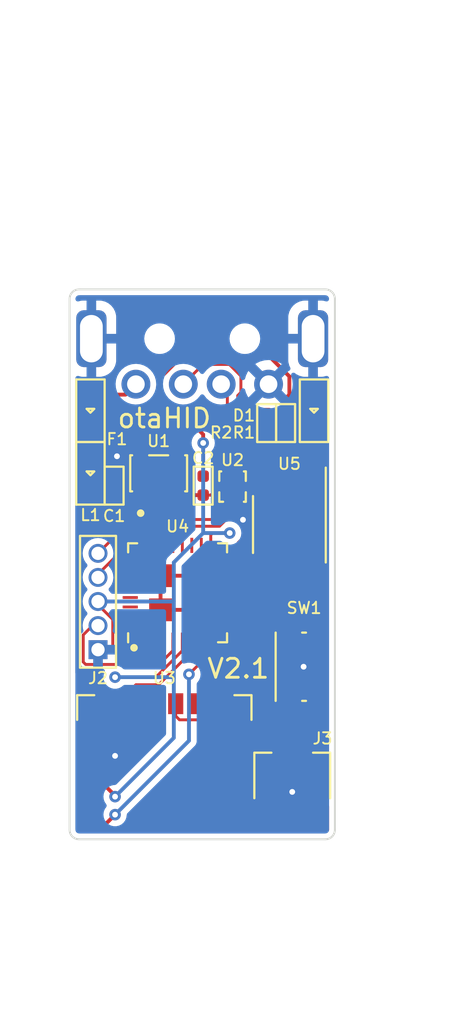
<source format=kicad_pcb>
(kicad_pcb (version 20211014) (generator pcbnew)
  (title_block (title "otaHID") (date "2023-01-07") (rev "2.1") (company "https://github.com/KimiakiK"))
  (layers (0 "F.Cu" signal) (31 "B.Cu" signal) (34 "B.Paste" user) (35 "F.Paste" user) (36 "B.SilkS" user "B.Silkscreen") (37 "F.SilkS" user "F.Silkscreen") (38 "B.Mask" user) (39 "F.Mask" user) (44 "Edge.Cuts" user))
  (net 0 "")
  (net 1 "+5V")
  (net 2 "GND")
  (net 3 "STATUS_LED")
  (net 4 "Net-(D1-Pad2)")
  (net 5 "Net-(F1-Pad1)")
  (net 6 "Net-(F1-Pad2)")
  (net 7 "/D-")
  (net 8 "/D+")
  (net 9 "NRST")
  (net 10 "SWCLK")
  (net 11 "SWDIO")
  (net 12 "Net-(J3-Pad1)")
  (net 13 "USER_SW")
  (net 14 "USB_DM")
  (net 15 "USB_DP")
  (net 19 "USART2_TX")
  (net 20 "USART2_RX")
  (net 22 "POWER_SW")
  (net 30 "Net-(J3-Pad2)")
  (net 31 "Net-(R2-Pad2)")
  (net 37 "BM71_RESET")
  (net 39 "BM71_CONFIG")
  (net 47 "+3.3V")
  (footprint "otaHID:1005Metric" (layer "F.Cu") (at 0.05 5.35 -90)
    (fp_text reference "C2" (at -1.45 0) (layer "F.SilkS") (effects (font (size 0.6 0.6) (thickness 0.1))))
    (fp_text value "1uF")
    (fp_line (start -1 0.5) (end 1 0.5) (layer "F.SilkS") (width 0.12))
    (fp_line (start -1 -0.5) (end 1 -0.5) (layer "F.SilkS") (width 0.12))
    (fp_line (start 1 0.5) (end 1 -0.5) (layer "F.SilkS") (width 0.12))
    (fp_line (start -1 0.5) (end -1 -0.5) (layer "F.SilkS") (width 0.12))
    (pad "1" smd roundrect (at -0.5 0 270) (size 0.6 0.6) (layers "F.Cu" "F.Paste" "F.Mask") (net 47 "+3.3V"))
    (pad "2" smd roundrect (at 0.5 0 270) (size 0.6 0.6) (layers "F.Cu" "F.Paste" "F.Mask") (net 2 "GND"))
  )
  (footprint "otaHID:QFN-32-1EP_5x5mm_P0.5mm_EP3.3x3.3mm" (layer "F.Cu") (at -1.3 11 90)
    (fp_text reference "U4" (at 3.5 0 180) (layer "F.SilkS") (effects (font (size 0.6 0.6) (thickness 0.1))))
    (fp_text value "STM32L412KBTx")
    (fp_line (start 2.135 2.61) (end 2.61 2.61) (layer "F.SilkS") (width 0.12))
    (fp_line (start 2.61 2.61) (end 2.61 2.135) (layer "F.SilkS") (width 0.12))
    (fp_line (start -2.135 -2.61) (end -2.61 -2.61) (layer "F.SilkS") (width 0.12))
    (fp_line (start -2.135 2.61) (end -2.61 2.61) (layer "F.SilkS") (width 0.12))
    (fp_line (start 2.61 -2.61) (end 2.61 -2.135) (layer "F.SilkS") (width 0.12))
    (fp_line (start -2.61 2.61) (end -2.61 2.135) (layer "F.SilkS") (width 0.12))
    (fp_line (start 2.135 -2.61) (end 2.61 -2.61) (layer "F.SilkS") (width 0.12))
    (fp_circle (center -2.9 -2.3) (end -2.8 -2.3) (layer "F.SilkS") (width 0.2) (fill none))
    (pad "1" smd rect (at -2.5 -1.75 90) (size 0.8 0.15) (layers "F.Cu" "F.Paste" "F.Mask") (net 47 "+3.3V"))
    (pad "2" smd rect (at -2.5 -1.25 90) (size 0.8 0.15) (layers "F.Cu" "F.Paste" "F.Mask"))
    (pad "3" smd rect (at -2.5 -0.75 90) (size 0.8 0.15) (layers "F.Cu" "F.Paste" "F.Mask"))
    (pad "4" smd rect (at -2.5 -0.25 90) (size 0.8 0.15) (layers "F.Cu" "F.Paste" "F.Mask") (net 9 "NRST"))
    (pad "5" smd rect (at -2.5 0.25 90) (size 0.8 0.15) (layers "F.Cu" "F.Paste" "F.Mask") (net 47 "+3.3V"))
    (pad "6" smd rect (at -2.5 0.75 90) (size 0.8 0.15) (layers "F.Cu" "F.Paste" "F.Mask") (net 37 "BM71_RESET"))
    (pad "7" smd rect (at -2.5 1.25 90) (size 0.8 0.15) (layers "F.Cu" "F.Paste" "F.Mask") (net 39 "BM71_CONFIG"))
    (pad "8" smd rect (at -2.5 1.75 90) (size 0.8 0.15) (layers "F.Cu" "F.Paste" "F.Mask") (net 19 "USART2_TX"))
    (pad "9" smd rect (at -1.75 2.5 90) (size 0.15 0.8) (layers "F.Cu" "F.Paste" "F.Mask") (net 20 "USART2_RX"))
    (pad "10" smd rect (at -1.25 2.5 90) (size 0.15 0.8) (layers "F.Cu" "F.Paste" "F.Mask"))
    (pad "11" smd rect (at -0.75 2.5 90) (size 0.15 0.8) (layers "F.Cu" "F.Paste" "F.Mask") (net 13 "USER_SW"))
    (pad "12" smd rect (at -0.25 2.5 90) (size 0.15 0.8) (layers "F.Cu" "F.Paste" "F.Mask") (net 3 "STATUS_LED"))
    (pad "13" smd rect (at 0.25 2.5 90) (size 0.15 0.8) (layers "F.Cu" "F.Paste" "F.Mask") (net 22 "POWER_SW"))
    (pad "14" smd rect (at 0.75 2.5 90) (size 0.15 0.8) (layers "F.Cu" "F.Paste" "F.Mask"))
    (pad "15" smd rect (at 1.25 2.5 90) (size 0.15 0.8) (layers "F.Cu" "F.Paste" "F.Mask"))
    (pad "16" smd rect (at 1.75 2.5 90) (size 0.15 0.8) (layers "F.Cu" "F.Paste" "F.Mask") (net 2 "GND"))
    (pad "17" smd rect (at 2.5 1.75 90) (size 0.8 0.15) (layers "F.Cu" "F.Paste" "F.Mask") (net 47 "+3.3V"))
    (pad "18" smd rect (at 2.5 1.25 90) (size 0.8 0.15) (layers "F.Cu" "F.Paste" "F.Mask"))
    (pad "19" smd rect (at 2.5 0.75 90) (size 0.8 0.15) (layers "F.Cu" "F.Paste" "F.Mask"))
    (pad "20" smd rect (at 2.5 0.25 90) (size 0.8 0.15) (layers "F.Cu" "F.Paste" "F.Mask"))
    (pad "21" smd rect (at 2.5 -0.25 90) (size 0.8 0.15) (layers "F.Cu" "F.Paste" "F.Mask") (net 14 "USB_DM"))
    (pad "22" smd rect (at 2.5 -0.75 90) (size 0.8 0.15) (layers "F.Cu" "F.Paste" "F.Mask") (net 15 "USB_DP"))
    (pad "23" smd rect (at 2.5 -1.25 90) (size 0.8 0.15) (layers "F.Cu" "F.Paste" "F.Mask") (net 11 "SWDIO"))
    (pad "24" smd rect (at 2.5 -1.75 90) (size 0.8 0.15) (layers "F.Cu" "F.Paste" "F.Mask") (net 10 "SWCLK"))
    (pad "25" smd rect (at 1.75 -2.5 90) (size 0.15 0.8) (layers "F.Cu" "F.Paste" "F.Mask"))
    (pad "26" smd rect (at 1.25 -2.5 90) (size 0.15 0.8) (layers "F.Cu" "F.Paste" "F.Mask"))
    (pad "27" smd rect (at 0.75 -2.5 90) (size 0.15 0.8) (layers "F.Cu" "F.Paste" "F.Mask"))
    (pad "28" smd rect (at 0.25 -2.5 90) (size 0.15 0.8) (layers "F.Cu" "F.Paste" "F.Mask"))
    (pad "29" smd rect (at -0.25 -2.5 90) (size 0.15 0.8) (layers "F.Cu" "F.Paste" "F.Mask"))
    (pad "30" smd rect (at -0.75 -2.5 90) (size 0.15 0.8) (layers "F.Cu" "F.Paste" "F.Mask"))
    (pad "31" smd rect (at -1.25 -2.5 90) (size 0.15 0.8) (layers "F.Cu" "F.Paste" "F.Mask") (net 2 "GND"))
    (pad "32" smd rect (at 0.9 0.9 90) (size 1.2 1.2) (layers "F.Cu" "F.Mask") (net 2 "GND"))
    (pad "32" smd rect (at -0.9 -0.9 90) (size 1.2 1.2) (layers "F.Cu" "F.Mask") (net 2 "GND"))
    (pad "32" smd rect (at 0.9 -0.9 90) (size 1.2 1.2) (layers "F.Cu" "F.Mask") (net 2 "GND"))
    (pad "32" smd rect (at -1.75 -2.5 90) (size 0.15 0.8) (layers "F.Cu" "F.Paste" "F.Mask") (net 2 "GND"))
    (pad "32" smd rect (at -0.9 0.9 90) (size 1.2 1.2) (layers "F.Cu" "F.Mask") (net 2 "GND"))
  )
  (footprint "otaHID:LXES11D" (layer "F.Cu") (at 1.6 5.4)
    (fp_text reference "U2" (at 0 -1.4) (layer "F.SilkS") (effects (font (size 0.6 0.6) (thickness 0.1))))
    (fp_text value "LXES11DAA2-135")
    (fp_line (start -0.7 -0.3) (end -0.7 -0.8) (layer "F.SilkS") (width 0.12))
    (fp_line (start -0.7 0.8) (end -0.7 0.3) (layer "F.SilkS") (width 0.12))
    (fp_line (start 0.7 0.3) (end 0.7 0.8) (layer "F.SilkS") (width 0.12))
    (fp_line (start 0.6 -0.8) (end 0.7 -0.8) (layer "F.SilkS") (width 0.12))
    (fp_line (start -0.7 -0.8) (end -0.6 -0.8) (layer "F.SilkS") (width 0.12))
    (fp_line (start 0.7 -0.8) (end 0.7 -0.3) (layer "F.SilkS") (width 0.12))
    (fp_line (start 0.7 0.8) (end 0.6 0.8) (layer "F.SilkS") (width 0.12))
    (fp_line (start -0.5 0.8) (end -0.7 0.8) (layer "F.SilkS") (width 0.12))
    (pad "1" smd rect (at -0.275 -0.65) (size 0.2 0.4) (layers "F.Cu" "F.Paste" "F.Mask") (net 8 "/D+"))
    (pad "2" smd rect (at 0.275 -0.65) (size 0.2 0.4) (layers "F.Cu" "F.Paste" "F.Mask") (net 7 "/D-"))
    (pad "3" smd rect (at 0.5 0) (size 0.4 0.2) (layers "F.Cu" "F.Paste" "F.Mask") (net 2 "GND"))
    (pad "4" smd rect (at 0.275 0.65) (size 0.2 0.4) (layers "F.Cu" "F.Paste" "F.Mask") (net 14 "USB_DM"))
    (pad "5" smd rect (at -0.275 0.65) (size 0.2 0.4) (layers "F.Cu" "F.Paste" "F.Mask") (net 15 "USB_DP"))
    (pad "6" smd rect (at -0.5 0) (size 0.4 0.2) (layers "F.Cu" "F.Paste" "F.Mask") (net 2 "GND"))
  )
  (footprint "otaHID:SideSW_THAF01-NC-R" (layer "F.Cu") (at 5.375 14.9 180)
    (fp_text reference "SW1" (at 0 3.1 unlocked) (layer "F.SilkS") (effects (font (size 0.6 0.6) (thickness 0.1))))
    (fp_text value "TVAF06-A020B-R")
    (fp_line (start 1.5 -1.8) (end 1.5 1.8) (layer "F.SilkS") (width 0.12))
    (fp_line (start -0.1 1.8) (end 0.1 1.8) (layer "F.SilkS") (width 0.12))
    (fp_line (start -0.1 -1.8) (end 0.1 -1.8) (layer "F.SilkS") (width 0.12))
    (pad "1" smd rect (at 0.75 2 180) (size 0.9 1.2) (layers "F.Cu" "F.Paste" "F.Mask") (net 13 "USER_SW"))
    (pad "1" smd rect (at 0.75 -2 180) (size 0.9 1.2) (layers "F.Cu" "F.Paste" "F.Mask") (net 13 "USER_SW"))
    (pad "2" smd rect (at -0.75 2 180) (size 0.9 1.2) (layers "F.Cu" "F.Paste" "F.Mask") (net 2 "GND"))
    (pad "2" smd rect (at -0.75 -2 180) (size 0.9 1.2) (layers "F.Cu" "F.Paste" "F.Mask") (net 2 "GND"))
  )
  (footprint "otaHID:BM71" (layer "F.Cu") (at -2 28 180)
    (fp_text reference "U3" (at 0 12.5 unlocked) (layer "F.SilkS") (effects (font (size 0.6 0.6) (thickness 0.1))))
    (fp_text value "BM71")
    (fp_line (start 4.6 11.6) (end 3.7 11.6) (layer "F.SilkS") (width 0.12))
    (fp_line (start -4.6 10.3) (end -4.6 11.6) (layer "F.SilkS") (width 0.12))
    (fp_line (start -4.6 11.6) (end -3.7 11.6) (layer "F.SilkS") (width 0.12))
    (fp_line (start 4.6 10.3) (end 4.6 11.6) (layer "F.SilkS") (width 0.12))
    (pad "1" smd rect (at -3.95 4.8 180) (size 0.9 0.8) (layers "F.Cu" "F.Paste" "F.Mask"))
    (pad "2" smd rect (at -3.95 6 180) (size 0.9 0.8) (layers "F.Cu" "F.Paste" "F.Mask") (net 2 "GND"))
    (pad "3" smd rect (at -4 7.2 180) (size 1 0.8) (layers "F.Cu" "F.Paste" "F.Mask"))
    (pad "4" smd rect (at -4 8.4 180) (size 1 0.8) (layers "F.Cu" "F.Paste" "F.Mask"))
    (pad "5" smd rect (at -4 9.6 180) (size 1 0.8) (layers "F.Cu" "F.Paste" "F.Mask"))
    (pad "6" smd rect (at -3 11.15 180) (size 0.8 1.1) (layers "F.Cu" "F.Paste" "F.Mask"))
    (pad "7" smd rect (at -1.8 11.15 180) (size 0.8 1.1) (layers "F.Cu" "F.Paste" "F.Mask") (net 19 "USART2_TX"))
    (pad "8" smd rect (at -0.6 11.15 180) (size 0.8 1.1) (layers "F.Cu" "F.Paste" "F.Mask") (net 20 "USART2_RX"))
    (pad "9" smd rect (at 0.6 11.15 180) (size 0.8 1.1) (layers "F.Cu" "F.Paste" "F.Mask"))
    (pad "10" smd rect (at 1.8 11.15 180) (size 0.8 1.1) (layers "F.Cu" "F.Paste" "F.Mask") (net 37 "BM71_RESET"))
    (pad "11" smd rect (at 3 11.15 180) (size 0.8 1.1) (layers "F.Cu" "F.Paste" "F.Mask"))
    (pad "12" smd rect (at 4.05 9.6 180) (size 1.1 0.8) (layers "F.Cu" "F.Paste" "F.Mask"))
    (pad "13" smd rect (at 4.05 8.4 180) (size 1.1 0.8) (layers "F.Cu" "F.Paste" "F.Mask") (net 2 "GND"))
    (pad "14" smd rect (at 4.05 7.2 180) (size 1.1 0.8) (layers "F.Cu" "F.Paste" "F.Mask") (net 47 "+3.3V"))
    (pad "15" smd rect (at 4.05 6 180) (size 1.1 0.8) (layers "F.Cu" "F.Paste" "F.Mask"))
    (pad "16" smd rect (at 4.05 4.8 180) (size 1.1 0.8) (layers "F.Cu" "F.Paste" "F.Mask") (net 39 "BM71_CONFIG"))
  )
  (footprint "otaHID:1005Metric" (layer "F.Cu") (at -4.65 5.35 90)
    (fp_text reference "C1" (at -1.6 0 180) (layer "F.SilkS") (effects (font (size 0.6 0.6) (thickness 0.1))))
    (fp_text value "1uF")
    (fp_line (start 1 0.5) (end 1 -0.5) (layer "F.SilkS") (width 0.12))
    (fp_line (start -1 0.5) (end -1 -0.5) (layer "F.SilkS") (width 0.12))
    (fp_line (start -1 0.5) (end 1 0.5) (layer "F.SilkS") (width 0.12))
    (fp_line (start -1 -0.5) (end 1 -0.5) (layer "F.SilkS") (width 0.12))
    (pad "1" smd roundrect (at -0.5 0 90) (size 0.6 0.6) (layers "F.Cu" "F.Paste" "F.Mask") (net 1 "+5V"))
    (pad "2" smd roundrect (at 0.5 0 90) (size 0.6 0.6) (layers "F.Cu" "F.Paste" "F.Mask") (net 2 "GND"))
  )
  (footprint "otaHID:1005Metric" (layer "F.Cu") (at 4.4 2.05 -90)
    (fp_text reference "R1" (at 0.5 2.2) (layer "F.SilkS") (effects (font (size 0.6 0.6) (thickness 0.1))))
    (fp_text value "1k")
    (fp_line (start -1 -0.5) (end 1 -0.5) (layer "F.SilkS") (width 0.12))
    (fp_line (start -1 0.5) (end 1 0.5) (layer "F.SilkS") (width 0.12))
    (fp_line (start -1 0.5) (end -1 -0.5) (layer "F.SilkS") (width 0.12))
    (fp_line (start 1 0.5) (end 1 -0.5) (layer "F.SilkS") (width 0.12))
    (pad "1" smd roundrect (at -0.5 0 270) (size 0.6 0.6) (layers "F.Cu" "F.Paste" "F.Mask") (net 47 "+3.3V"))
    (pad "2" smd roundrect (at 0.5 0 270) (size 0.6 0.6) (layers "F.Cu" "F.Paste" "F.Mask") (net 4 "Net-(D1-Pad2)"))
  )
  (footprint "otaHID:STM32_Debug_5pin" (layer "F.Cu") (at -5.5 14 180)
    (fp_text reference "J2" (at 0 -1.5) (layer "F.SilkS") (effects (font (size 0.6 0.6) (thickness 0.1))))
    (fp_text value "STM32_Debug")
    (fp_line (start -0.95 6) (end 0.95 6) (layer "F.SilkS") (width 0.12))
    (fp_line (start -0.95 -0.95) (end -0.95 6) (layer "F.SilkS") (width 0.12))
    (fp_line (start -0.95 -0.95) (end 0.95 -0.95) (layer "F.SilkS") (width 0.12))
    (fp_line (start 0.95 -0.95) (end 0.95 6) (layer "F.SilkS") (width 0.12))
    (pad "1" thru_hole rect (at 0 0 180) (size 1 1) (drill 0.7) (layers *.Cu *.Mask) (net 2 "GND"))
    (pad "2" thru_hole oval (at 0 1.27 180) (size 1 1) (drill 0.7) (layers *.Cu *.Mask) (net 9 "NRST"))
    (pad "3" thru_hole oval (at 0 2.54 180) (size 1 1) (drill 0.7) (layers *.Cu *.Mask) (net 47 "+3.3V"))
    (pad "4" thru_hole oval (at 0 3.81 180) (size 1 1) (drill 0.7) (layers *.Cu *.Mask) (net 10 "SWCLK"))
    (pad "5" thru_hole oval (at 0 5.08 180) (size 1 1) (drill 0.7) (layers *.Cu *.Mask) (net 11 "SWDIO"))
  )
  (footprint "otaHID:1608Metric" (layer "F.Cu") (at -5.9 4.7 90)
    (fp_text reference "L1" (at -2.2 0) (layer "F.SilkS") (effects (font (size 0.6 0.6) (thickness 0.1))))
    (fp_text value "BLM18PG600SN1D")
    (fp_line (start 0.1 0.2) (end -0.1 0) (layer "F.SilkS") (width 0.12))
    (fp_line (start -1.65 -0.75) (end 1.65 -0.75) (layer "F.SilkS") (width 0.12))
    (fp_line (start -1.65 -0.75) (end -1.65 0.75) (layer "F.SilkS") (width 0.12))
    (fp_line (start -1.65 0.75) (end 1.65 0.75) (layer "F.SilkS") (width 0.12))
    (fp_line (start -0.1 0) (end 0.1 -0.2) (layer "F.SilkS") (width 0.12))
    (fp_line (start 1.65 -0.75) (end 1.65 0.75) (layer "F.SilkS") (width 0.12))
    (fp_line (start 0.1 -0.2) (end 0.1 0.2) (layer "F.SilkS") (width 0.12))
    (pad "1" smd roundrect (at -0.85 0 90) (size 0.9 0.8) (layers "F.Cu" "F.Paste" "F.Mask") (net 1 "+5V"))
    (pad "2" smd roundrect (at 0.85 0 90) (size 0.9 0.8) (layers "F.Cu" "F.Paste" "F.Mask") (net 5 "Net-(F1-Pad1)"))
  )
  (footprint "otaHID:SOT-23-5" (layer "F.Cu") (at -2.3 4.7 90)
    (fp_text reference "U1" (at 1.7 0) (layer "F.SilkS") (effects (font (size 0.6 0.6) (thickness 0.1))))
    (fp_text value "NJM12877F33")
    (fp_line (start 0.95 -1.4) (end 0.95 -1.5) (layer "F.SilkS") (width 0.12))
    (fp_line (start -0.95 -1.5) (end -0.95 -1.4) (layer "F.SilkS") (width 0.12))
    (fp_line (start -0.95 1.4) (end -0.95 1.5) (layer "F.SilkS") (width 0.12))
    (fp_line (start 0.95 -1.5) (end -0.95 -1.5) (layer "F.SilkS") (width 0.12))
    (fp_line (start 0.95 1.5) (end 0.95 1.4) (layer "F.SilkS") (width 0.12))
    (fp_line (start 0.95 -0.5) (end 0.95 0.5) (layer "F.SilkS") (width 0.12))
    (fp_line (start -0.95 1.5) (end 0.95 1.5) (layer "F.SilkS") (width 0.12))
    (fp_circle (center -2.1 -0.95) (end -2 -0.95) (layer "F.SilkS") (width 0.2) (fill none))
    (pad "1" smd rect (at -1.15 -0.95 90) (size 1.2 0.5) (layers "F.Cu" "F.Paste" "F.Mask") (net 1 "+5V"))
    (pad "2" smd rect (at -1.15 0 90) (size 1.2 0.5) (layers "F.Cu" "F.Paste" "F.Mask") (net 2 "GND"))
    (pad "3" smd rect (at -1.15 0.95 90) (size 1.2 0.5) (layers "F.Cu" "F.Paste" "F.Mask") (net 1 "+5V"))
    (pad "4" smd rect (at 1.15 0.95 90) (size 1.2 0.5) (layers "F.Cu" "F.Paste" "F.Mask"))
    (pad "5" smd rect (at 1.15 -0.95 90) (size 1.2 0.5) (layers "F.Cu" "F.Paste" "F.Mask") (net 47 "+3.3V"))
  )
  (footprint "otaHID:1608Metric" (layer "F.Cu") (at -5.9 1.4 90)
    (fp_text reference "F1" (at -1.5 1.4) (layer "F.SilkS") (effects (font (size 0.6 0.6) (thickness 0.1))))
    (fp_text value "MF-FSMF020X-2")
    (fp_line (start -1.65 -0.75) (end 1.65 -0.75) (layer "F.SilkS") (width 0.12))
    (fp_line (start -1.65 0.75) (end 1.65 0.75) (layer "F.SilkS") (width 0.12))
    (fp_line (start -0.1 0) (end 0.1 -0.2) (layer "F.SilkS") (width 0.12))
    (fp_line (start -1.65 -0.75) (end -1.65 0.75) (layer "F.SilkS") (width 0.12))
    (fp_line (start 0.1 -0.2) (end 0.1 0.2) (layer "F.SilkS") (width 0.12))
    (fp_line (start 0.1 0.2) (end -0.1 0) (layer "F.SilkS") (width 0.12))
    (fp_line (start 1.65 -0.75) (end 1.65 0.75) (layer "F.SilkS") (width 0.12))
    (pad "1" smd roundrect (at -0.85 0 90) (size 0.9 0.8) (layers "F.Cu" "F.Paste" "F.Mask") (net 5 "Net-(F1-Pad1)"))
    (pad "2" smd roundrect (at 0.85 0 90) (size 0.9 0.8) (layers "F.Cu" "F.Paste" "F.Mask") (net 6 "Net-(F1-Pad2)"))
  )
  (footprint "otaHID:1608Metric" (layer "F.Cu") (at 5.9 1.4 90)
    (fp_text reference "D1" (at -0.25 -3.7 180) (layer "F.SilkS") (effects (font (size 0.6 0.6) (thickness 0.1))))
    (fp_text value "LED")
    (fp_line (start -1.65 -0.75) (end -1.65 0.75) (layer "F.SilkS") (width 0.12))
    (fp_line (start -1.65 -0.75) (end 1.65 -0.75) (layer "F.SilkS") (width 0.12))
    (fp_line (start 0.1 0.2) (end -0.1 0) (layer "F.SilkS") (width 0.12))
    (fp_line (start 0.1 -0.2) (end 0.1 0.2) (layer "F.SilkS") (width 0.12))
    (fp_line (start -1.65 0.75) (end 1.65 0.75) (layer "F.SilkS") (width 0.12))
    (fp_line (start 1.65 -0.75) (end 1.65 0.75) (layer "F.SilkS") (width 0.12))
    (fp_line (start -0.1 0) (end 0.1 -0.2) (layer "F.SilkS") (width 0.12))
    (pad "1" smd roundrect (at -0.85 0 90) (size 0.9 0.8) (layers "F.Cu" "F.Paste" "F.Mask") (net 3 "STATUS_LED"))
    (pad "2" smd roundrect (at 0.85 0 90) (size 0.9 0.8) (layers "F.Cu" "F.Paste" "F.Mask") (net 4 "Net-(D1-Pad2)"))
  )
  (footprint "otaHID:MFSOP6-4_4.4x3.6mm_P1.27mm" (layer "F.Cu") (at 4.6 7.4 -90)
    (fp_text reference "U5" (at -3.2 0 180) (layer "F.SilkS") (effects (font (size 0.6 0.6) (thickness 0.1))))
    (fp_text value "TLP172AM")
    (fp_line (start -3 -1.92) (end 2 -1.92) (layer "F.SilkS") (width 0.12))
    (fp_line (start 1.5 1.92) (end -1.5 1.92) (layer "F.SilkS") (width 0.12))
    (pad "1" smd rect (at -3.15 -1.27 270) (size 1.2 0.8) (layers "F.Cu" "F.Paste" "F.Mask") (net 31 "Net-(R2-Pad2)"))
    (pad "3" smd rect (at -3.15 1.27 270) (size 1.2 0.8) (layers "F.Cu" "F.Paste" "F.Mask") (net 22 "POWER_SW"))
    (pad "4" smd rect (at 3.15 1.27 270) (size 1.2 0.8) (layers "F.Cu" "F.Paste" "F.Mask") (net 12 "Net-(J3-Pad1)"))
    (pad "6" smd rect (at 3.15 -1.27 270) (size 1.2 0.8) (layers "F.Cu" "F.Paste" "F.Mask") (net 30 "Net-(J3-Pad2)"))
  )
  (footprint "otaHID:A1001WR-S-2P" (layer "F.Cu") (at 4.75 19.4325)
    (fp_text reference "J3" (at 1.6 -0.75 unlocked) (layer "F.SilkS") (effects (font (size 0.6 0.6) (thickness 0.1))))
    (fp_text value "A1001WR-S-2P")
    (fp_line (start 2 0) (end 2 2.4) (layer "F.SilkS") (width 0.12))
    (fp_line (start -2 0) (end -1.1 0) (layer "F.SilkS") (width 0.12))
    (fp_line (start 1.1 0) (end 2 0) (layer "F.SilkS") (width 0.12))
    (fp_line (start -2 2.4) (end -2 0) (layer "F.SilkS") (width 0.12))
    (pad "" smd roundrect (at -1.55 3.45) (size 0.8 1.6) (layers "F.Cu" "F.Paste" "F.Mask"))
    (pad "" smd roundrect (at 1.55 3.45) (size 0.8 1.6) (layers "F.Cu" "F.Paste" "F.Mask"))
    (pad "1" smd rect (at -0.5 -0.4) (size 0.6 1.55) (layers "F.Cu" "F.Paste" "F.Mask") (net 12 "Net-(J3-Pad1)"))
    (pad "2" smd rect (at 0.5 -0.4) (size 0.6 1.55) (layers "F.Cu" "F.Paste" "F.Mask") (net 30 "Net-(J3-Pad2)"))
  )
  (footprint "otaHID:1005Metric" (layer "F.Cu") (at 3.4 2.05 -90)
    (fp_text reference "R2" (at 0.5 2.4) (layer "F.SilkS") (effects (font (size 0.6 0.6) (thickness 0.1))))
    (fp_text value "470")
    (fp_line (start -1 0.5) (end 1 0.5) (layer "F.SilkS") (width 0.12))
    (fp_line (start -1 0.5) (end -1 -0.5) (layer "F.SilkS") (width 0.12))
    (fp_line (start 1 0.5) (end 1 -0.5) (layer "F.SilkS") (width 0.12))
    (fp_line (start -1 -0.5) (end 1 -0.5) (layer "F.SilkS") (width 0.12))
    (pad "1" smd roundrect (at -0.5 0 270) (size 0.6 0.6) (layers "F.Cu" "F.Paste" "F.Mask") (net 47 "+3.3V"))
    (pad "2" smd roundrect (at 0.5 0 270) (size 0.6 0.6) (layers "F.Cu" "F.Paste" "F.Mask") (net 31 "Net-(R2-Pad2)"))
  )
  (footprint "otaHID:USB Type-A" (layer "B.Cu") (at 0 0 180)
    (fp_text reference "J1" hide)
    (fp_text value "USB_A")
    (pad "" np_thru_hole circle (at -2.25 2.4 180) (size 1 1) (drill 1) (layers *.Cu *.Mask))
    (pad "" np_thru_hole circle (at 2.25 2.4 180) (size 1 1) (drill 1) (layers *.Cu *.Mask))
    (pad "1" thru_hole circle (at 3.5 0 180) (size 1.524 1.524) (drill 0.93) (layers *.Cu *.Mask) (net 6 "Net-(F1-Pad2)"))
    (pad "2" thru_hole circle (at 1 0 180) (size 1.524 1.524) (drill 0.93) (layers *.Cu *.Mask) (net 7 "/D-"))
    (pad "3" thru_hole circle (at -1 0 180) (size 1.524 1.524) (drill 0.93) (layers *.Cu *.Mask) (net 8 "/D+"))
    (pad "4" thru_hole circle (at -3.5 0 180) (size 1.524 1.524) (drill 0.93) (layers *.Cu *.Mask) (net 2 "GND"))
    (pad "5" thru_hole roundrect (at -5.85 2.4 180) (size 1.6 3) (drill oval 1.2 2.5) (layers *.Cu *.Mask) (net 2 "GND"))
    (pad "5" thru_hole roundrect (at 5.85 2.4 180) (size 1.6 3) (drill oval 1.2 2.5) (layers *.Cu *.Mask) (net 2 "GND"))
  )
  (gr_arc (start -6.999999 -4.5) (mid -6.853552 -4.853553) (end -6.499999 -5) (layer "Edge.Cuts") (width 0.1))
  (gr_line (start 7 -4.5) (end 7 23.5) (layer "Edge.Cuts") (width 0.1))
  (gr_line (start -6.499999 -5) (end 6.5 -5) (layer "Edge.Cuts") (width 0.1))
  (gr_arc (start -6.499999 24) (mid -6.853552 23.853553) (end -6.999999 23.5) (layer "Edge.Cuts") (width 0.1))
  (gr_arc (start 6.5 -5) (mid 6.853553 -4.853553) (end 7 -4.5) (layer "Edge.Cuts") (width 0.1))
  (gr_arc (start 7 23.5) (mid 6.853553 23.853553) (end 6.5 24) (layer "Edge.Cuts") (width 0.1))
  (gr_line (start -6.999999 23.5) (end -6.999999 -4.5) (layer "Edge.Cuts") (width 0.1))
  (gr_line (start 6.5 24) (end -6.499999 24) (layer "Edge.Cuts") (width 0.1))
  (gr_text "V2.1" (at 1.9 15) (layer "F.SilkS") (effects (font (size 1 1))))
  (gr_text "otaHID" (at -2 1.8) (layer "F.SilkS") (effects (font (size 1 1))))
  (segment (start -1.4548 6.7548) (end -3.2548 6.7548) (width 0.2032) (layer "F.Cu") (net 1))
  (segment (start -3.25 5.85) (end -3.25 6.75) (width 0.2032) (layer "F.Cu") (net 1))
  (segment (start -5.9 5.55) (end -5.4 5.55) (width 0.2032) (layer "F.Cu") (net 1))
  (segment (start -3.25 6.75) (end -3.2548 6.7548) (width 0.2032) (layer "F.Cu") (net 1))
  (segment (start -4.65 6.45) (end -4.65 5.85) (width 0.2032) (layer "F.Cu") (net 1))
  (segment (start -3.2548 6.7548) (end -4.3452 6.7548) (width 0.2032) (layer "F.Cu") (net 1))
  (segment (start -5.1 5.85) (end -4.65 5.85) (width 0.2032) (layer "F.Cu") (net 1))
  (segment (start -5.4 5.55) (end -5.1 5.85) (width 0.2032) (layer "F.Cu") (net 1))
  (segment (start -1.35 5.85) (end -1.35 6.65) (width 0.2032) (layer "F.Cu") (net 1))
  (segment (start -4.3452 6.7548) (end -4.65 6.45) (width 0.2032) (layer "F.Cu") (net 1))
  (segment (start -1.35 6.65) (end -1.4548 6.7548) (width 0.2032) (layer "F.Cu") (net 1))
  (segment (start 0.65 5.55) (end 0.65 5.65) (width 0.1524) (layer "F.Cu") (net 2))
  (segment (start 2.85 7.4) (end 2.85 5.65) (width 0.1524) (layer "F.Cu") (net 2))
  (segment (start 0.8 5.4) (end 0.65 5.55) (width 0.1524) (layer "F.Cu") (net 2))
  (segment (start -2.3 4.85) (end -0.85 4.85) (width 0.2032) (layer "F.Cu") (net 2))
  (segment (start -3.05 12.6) (end -3.05 12.25) (width 0.1524) (layer "F.Cu") (net 2))
  (segment (start -0.6 5.65) (end -0.4 5.85) (width 0.2032) (layer "F.Cu") (net 2))
  (segment (start -2.3 5.85) (end -2.3 4.85) (width 0.2032) (layer "F.Cu") (net 2))
  (segment (start 1.8944 9.108) (end 1.8944 8.3556) (width 0.1524) (layer "F.Cu") (net 2))
  (segment (start -2.2 10.1) (end -0.4 10.1) (width 0.2032) (layer "F.Cu") (net 2))
  (segment (start 2.5 22) (end 3 21.5) (width 0.2032) (layer "F.Cu") (net 2))
  (segment (start -0.4 5.85) (end 0.05 5.85) (width 0.2032) (layer "F.Cu") (net 2))
  (segment (start -2.2 10.1) (end -2.2 11.9) (width 0.2032) (layer "F.Cu") (net 2))
  (segment (start 2.6 5.4) (end 2.1 5.4) (width 0.1524) (layer "F.Cu") (net 2))
  (segment (start 1.7524 9.25) (end 1.8944 9.108) (width 0.1524) (layer "F.Cu") (net 2))
  (segment (start -2.2 11.9) (end -0.4 11.9) (width 0.2032) (layer "F.Cu") (net 2))
  (segment (start 0.45 5.85) (end 0.05 5.85) (width 0.1524) (layer "F.Cu") (net 2))
  (segment (start 6.125 12.9) (end 6.125 14.875) (width 0.2032) (layer "F.Cu") (net 2))
  (segment (start -2.55 12.25) (end -2.2 11.9) (width 0.1524) (layer "F.Cu") (net 2))
  (segment (start -3.2 12.75) (end -3.05 12.6) (width 0.1524) (layer "F.Cu") (net 2))
  (segment (start 6.1 14.9) (end 6.125 14.875) (width 0.2032) (layer "F.Cu") (net 2))
  (segment (start 1.95 22) (end 2.5 22) (width 0.2032) (layer "F.Cu") (net 2))
  (segment (start -3.8 12.25) (end -3.05 12.25) (width 0.1524) (layer "F.Cu") (net 2))
  (segment (start 2.625 7.625) (end 2.85 7.4) (width 0.1524) (layer "F.Cu") (net 2))
  (segment (start 2.85 5.65) (end 2.6 5.4) (width 0.1524) (layer "F.Cu") (net 2))
  (segment (start -4.65 4.85) (end -2.3 4.85) (width 0.2032) (layer "F.Cu") (net 2))
  (segment (start -0.85 4.85) (end -0.6 5.1) (width 0.2032) (layer "F.Cu") (net 2))
  (segment (start -0.6 5.1) (end -0.6 5.65) (width 0.2032) (layer "F.Cu") (net 2))
  (segment (start 1.1 5.4) (end 0.8 5.4) (width 0.1524) (layer "F.Cu") (net 2))
  (segment (start -0.25 9.25) (end -0.4 9.4) (width 0.1524) (layer "F.Cu") (net 2))
  (segment (start 1.2 9.25) (end 1.7524 9.25) (width 0.1524) (layer "F.Cu") (net 2))
  (segment (start 3 21.5) (end 4.75 21.5) (width 0.2032) (layer "F.Cu") (net 2))
  (segment (start -0.4 9.4) (end -0.4 10.1) (width 0.1524) (layer "F.Cu") (net 2))
  (segment (start 2.15 7.15) (end 2.625 7.625) (width 0.1524) (layer "F.Cu") (net 2))
  (segment (start -3.05 12.25) (end -2.55 12.25) (width 0.1524) (layer "F.Cu") (net 2))
  (segment (start -4.65 4.85) (end -4.65 3.95) (width 0.2032) (layer "F.Cu") (net 2))
  (segment (start 0.65 5.65) (end 0.45 5.85) (width 0.1524) (layer "F.Cu") (net 2))
  (segment (start 6.125 14.875) (end 6.125 16.9) (width 0.2032) (layer "F.Cu") (net 2))
  (segment (start -4.65 3.95) (end -4.5 3.8) (width 0.2032) (layer "F.Cu") (net 2))
  (segment (start 5.35 14.9) (end 6.1 14.9) (width 0.2032) (layer "F.Cu") (net 2))
  (segment (start 1.1 5.4) (end 2.1 5.4) (width 0.1524) (layer "F.Cu") (net 2))
  (segment (start -6.1 19.6) (end -4.6 19.6) (width 0.2032) (layer "F.Cu") (net 2))
  (segment (start -3.8 12.75) (end -3.2 12.75) (width 0.1524) (layer "F.Cu") (net 2))
  (segment (start 1.2 9.25) (end -0.25 9.25) (width 0.1524) (layer "F.Cu") (net 2))
  (segment (start -0.4 10.1) (end -0.4 11.9) (width 0.2032) (layer "F.Cu") (net 2))
  (segment (start 1.8944 8.3556) (end 2.625 7.625) (width 0.1524) (layer "F.Cu") (net 2))
  (via (at 5.35 14.9) (size 0.6096) (drill 0.3048) (layers "F.Cu" "B.Cu") (net 2))
  (via (at -4.5 3.8) (size 0.6096) (drill 0.3048) (layers "F.Cu" "B.Cu") (net 2))
  (via (at -4.6 19.6) (size 0.6096) (drill 0.3048) (layers "F.Cu" "B.Cu") (net 2))
  (via (at 4.75 21.5) (size 0.6096) (drill 0.3048) (layers "F.Cu" "B.Cu") (net 2))
  (via (at 2.15 7.15) (size 0.6096) (drill 0.3048) (layers "F.Cu" "B.Cu") (net 2))
  (segment (start -6.398399 15.4) (end -5.5 15.4) (width 0.2032) (layer "B.Cu") (net 2))
  (segment (start -6.598399 15.2) (end -6.398399 15.4) (width 0.2032) (layer "B.Cu") (net 2))
  (segment (start -5.85 5.65) (end -6.598399 6.398399) (width 0.2032) (layer "B.Cu") (net 2))
  (segment (start -6.598399 6.398399) (end -6.598399 15.2) (width 0.2032) (layer "B.Cu") (net 2))
  (segment (start -5.5 15.4) (end -5.5 14) (width 0.2032) (layer "B.Cu") (net 2))
  (segment (start -5.85 -2.4) (end -5.85 5.65) (width 0.2032) (layer "B.Cu") (net 2))
  (segment (start 1.8 11.25) (end 2.6506 10.3994) (width 0.1524) (layer "F.Cu") (net 3))
  (segment (start 1.2 11.25) (end 1.8 11.25) (width 0.1524) (layer "F.Cu") (net 3))
  (segment (start 5.9 2.85) (end 5.9 2.25) (width 0.1524) (layer "F.Cu") (net 3))
  (segment (start 6.5494 5.0006) (end 6.5494 3.4994) (width 0.1524) (layer "F.Cu") (net 3))
  (segment (start 6.5494 3.4994) (end 5.9 2.85) (width 0.1524) (layer "F.Cu") (net 3))
  (segment (start 2.6506 10.3994) (end 2.6506 8.8994) (width 0.1524) (layer "F.Cu") (net 3))
  (segment (start 2.6506 8.8994) (end 6.5494 5.0006) (width 0.1524) (layer "F.Cu") (net 3))
  (segment (start 5 2.55) (end 5.1 2.45) (width 0.2032) (layer "F.Cu") (net 4))
  (segment (start 4.4 2.55) (end 5 2.55) (width 0.2032) (layer "F.Cu") (net 4))
  (segment (start 5.1 2.45) (end 5.1 1.886105) (width 0.2032) (layer "F.Cu") (net 4))
  (segment (start 5.9 1.086105) (end 5.9 0.55) (width 0.2032) (layer "F.Cu") (net 4))
  (segment (start 5.1 1.886105) (end 5.9 1.086105) (width 0.2032) (layer "F.Cu") (net 4))
  (segment (start -5.9 2.25) (end -5.9 3.85) (width 0.2032) (layer "F.Cu") (net 5))
  (segment (start -3.5 0) (end -4.05 0.55) (width 0.2032) (layer "F.Cu") (net 6))
  (segment (start -4.05 0.55) (end -5.9 0.55) (width 0.2032) (layer "F.Cu") (net 6))
  (segment (start 1.875 4.75) (end 1.875 0.597763) (width 0.1524) (layer "F.Cu") (net 7))
  (segment (start 1.875 0.597763) (end 2.0414 0.431363) (width 0.1524) (layer "F.Cu") (net 7))
  (segment (start 2.0414 -0.431363) (end 1.431363 -1.0414) (width 0.1524) (layer "F.Cu") (net 7))
  (segment (start 0.0414 -1.0414) (end -1 0) (width 0.1524) (layer "F.Cu") (net 7))
  (segment (start 2.0414 0.431363) (end 2.0414 -0.431363) (width 0.1524) (layer "F.Cu") (net 7))
  (segment (start 1.431363 -1.0414) (end 0.0414 -1.0414) (width 0.1524) (layer "F.Cu") (net 7))
  (segment (start 1.325 4.75) (end 1.325 0.325) (width 0.1524) (layer "F.Cu") (net 8))
  (segment (start 1.325 0.325) (end 1 0) (width 0.1524) (layer "F.Cu") (net 8))
  (segment (start -6.2794 14.65) (end -6.2794 13.2206) (width 0.1524) (layer "F.Cu") (net 9))
  (segment (start -5.7888 12.73) (end -5.5 12.73) (width 0.1524) (layer "F.Cu") (net 9))
  (segment (start -6.15 14.7794) (end -6.2794 14.65) (width 0.1524) (layer "F.Cu") (net 9))
  (segment (start -6.2794 13.2206) (end -5.7888 12.73) (width 0.1524) (layer "F.Cu") (net 9))
  (segment (start -2.2794 14.7794) (end -6.15 14.7794) (width 0.1524) (layer "F.Cu") (net 9))
  (segment (start -1.55 13.5) (end -1.55 14.05) (width 0.1524) (layer "F.Cu") (net 9))
  (segment (start -1.55 14.05) (end -2.2794 14.7794) (width 0.1524) (layer "F.Cu") (net 9))
  (segment (start -3.1 7.9) (end -3.377761 7.9) (width 0.1524) (layer "F.Cu") (net 10))
  (segment (start -3.377761 7.9) (end -5.5 10.022239) (width 0.1524) (layer "F.Cu") (net 10))
  (segment (start -3.05 7.95) (end -3.1 7.9) (width 0.1524) (layer "F.Cu") (net 10))
  (segment (start -5.5 10.022239) (end -5.5 10.19) (width 0.1524) (layer "F.Cu") (net 10))
  (segment (start -3.05 8.5) (end -3.05 7.95) (width 0.1524) (layer "F.Cu") (net 10))
  (segment (start -2.55 7.947106) (end -2.952706 7.5444) (width 0.1524) (layer "F.Cu") (net 11))
  (segment (start -2.55 8.5) (end -2.55 7.947106) (width 0.1524) (layer "F.Cu") (net 11))
  (segment (start -2.952706 7.5444) (end -4.1244 7.5444) (width 0.1524) (layer "F.Cu") (net 11))
  (segment (start -4.1244 7.5444) (end -5.5 8.92) (width 0.1524) (layer "F.Cu") (net 11))
  (segment (start 3.33 18.68) (end 3.6825 19.0325) (width 0.2032) (layer "F.Cu") (net 12))
  (segment (start 3.33 10.55) (end 3.33 18.68) (width 0.2032) (layer "F.Cu") (net 12))
  (segment (start 3.6825 19.0325) (end 4.25 19.0325) (width 0.2032) (layer "F.Cu") (net 12))
  (segment (start 5.3702 16.9702) (end 5.3702 17.745464) (width 0.2032) (layer "F.Cu") (net 13))
  (segment (start 2.9236 19.3907) (end 2.9236 12.1) (width 0.2032) (layer "F.Cu") (net 13))
  (segment (start 2.9236 12.1) (end 2.5736 11.75) (width 0.2032) (layer "F.Cu") (net 13))
  (segment (start 5.8548 20.1123) (end 3.6452 20.1123) (width 0.2032) (layer "F.Cu") (net 13))
  (segment (start 1.2 11.75) (end 2.45 11.75) (width 0.1524) (layer "F.Cu") (net 13))
  (segment (start 2.5736 11.75) (end 2.45 11.75) (width 0.2032) (layer "F.Cu") (net 13))
  (segment (start 4.625 16.9) (end 5.3 16.9) (width 0.2032) (layer "F.Cu") (net 13))
  (segment (start 5.8548 17.9527) (end 5.8548 20.1123) (width 0.2032) (layer "F.Cu") (net 13))
  (segment (start 5.462368 17.837632) (end 5.739732 17.837632) (width 0.2032) (layer "F.Cu") (net 13))
  (segment (start 4.625 12.9) (end 4.625 16.9) (width 0.2032) (layer "F.Cu") (net 13))
  (segment (start 5.3702 17.745464) (end 5.462368 17.837632) (width 0.2032) (layer "F.Cu") (net 13))
  (segment (start 5.739732 17.837632) (end 5.8548 17.9527) (width 0.2032) (layer "F.Cu") (net 13))
  (segment (start 3.6452 20.1123) (end 2.9236 19.3907) (width 0.2032) (layer "F.Cu") (net 13))
  (segment (start 5.3 16.9) (end 5.3702 16.9702) (width 0.2032) (layer "F.Cu") (net 13))
  (segment (start -1.55 8.5) (end -1.55 7.8056) (width 0.1524) (layer "F.Cu") (net 14))
  (segment (start 0.911494 7.4914) (end 1.875 6.527894) (width 0.1524) (layer "F.Cu") (net 14))
  (segment (start 1.875 6.527894) (end 1.875 6.05) (width 0.1524) (layer "F.Cu") (net 14))
  (segment (start -1.55 7.8056) (end -1.2358 7.4914) (width 0.1524) (layer "F.Cu") (net 14))
  (segment (start -1.2358 7.4914) (end 0.911494 7.4914) (width 0.1524) (layer "F.Cu") (net 14))
  (segment (start -1.6358 7.1358) (end 0.7642 7.1358) (width 0.1524) (layer "F.Cu") (net 15))
  (segment (start -2.05 8.5) (end -2.05 7.55) (width 0.1524) (layer "F.Cu") (net 15))
  (segment (start 1.325 6.575) (end 1.325 6.05) (width 0.1524) (layer "F.Cu") (net 15))
  (segment (start 0.7642 7.1358) (end 1.325 6.575) (width 0.1524) (layer "F.Cu") (net 15))
  (segment (start -2.05 7.55) (end -1.6358 7.1358) (width 0.1524) (layer "F.Cu") (net 15))
  (segment (start 0.45 15.45) (end -0.2 16.1) (width 0.1524) (layer "F.Cu") (net 19))
  (segment (start 0.45 13.5) (end 0.45 15.45) (width 0.1524) (layer "F.Cu") (net 19))
  (segment (start -0.2 16.1) (end -0.2 16.85) (width 0.1524) (layer "F.Cu") (net 19))
  (segment (start -1.4 17.5) (end -1.4 16.85) (width 0.1524) (layer "F.Cu") (net 20))
  (segment (start 2.1 17.55) (end 1.95 17.7) (width 0.1524) (layer "F.Cu") (net 20))
  (segment (start 2.1 12.9) (end 2.1 17.55) (width 0.1524) (layer "F.Cu") (net 20))
  (segment (start 1.95 12.75) (end 2.1 12.9) (width 0.1524) (layer "F.Cu") (net 20))
  (segment (start 1.2 12.75) (end 1.95 12.75) (width 0.1524) (layer "F.Cu") (net 20))
  (segment (start -1.2 17.7) (end -1.4 17.5) (width 0.1524) (layer "F.Cu") (net 20))
  (segment (start 1.95 17.7) (end -1.2 17.7) (width 0.1524) (layer "F.Cu") (net 20))
  (segment (start 2.25 10.2524) (end 2.25 8.797106) (width 0.1524) (layer "F.Cu") (net 22))
  (segment (start 2.25 8.797106) (end 3.33 7.717106) (width 0.1524) (layer "F.Cu") (net 22))
  (segment (start 1.2 10.75) (end 1.7524 10.75) (width 0.1524) (layer "F.Cu") (net 22))
  (segment (start 1.7524 10.75) (end 2.25 10.2524) (width 0.1524) (layer "F.Cu") (net 22))
  (segment (start 3.33 7.717106) (end 3.33 4.25) (width 0.1524) (layer "F.Cu") (net 22))
  (segment (start 3.8702 17.8048) (end 4.8548 17.8048) (width 0.2032) (layer "F.Cu") (net 30))
  (segment (start 5.6 11.75) (end 4.1154 11.75) (width 0.2032) (layer "F.Cu") (net 30))
  (segment (start 4.8548 17.8048) (end 5.25 18.2) (width 0.2032) (layer "F.Cu") (net 30))
  (segment (start 3.8702 11.9952) (end 3.8702 17.8048) (width 0.2032) (layer "F.Cu") (net 30))
  (segment (start 4.1154 11.75) (end 3.8702 11.9952) (width 0.2032) (layer "F.Cu") (net 30))
  (segment (start 5.87 11.48) (end 5.6 11.75) (width 0.2032) (layer "F.Cu") (net 30))
  (segment (start 5.87 10.55) (end 5.87 11.48) (width 0.2032) (layer "F.Cu") (net 30))
  (segment (start 5.25 18.2) (end 5.25 19.0325) (width 0.2032) (layer "F.Cu") (net 30))
  (segment (start 3.4 2.55) (end 3.4 2.95) (width 0.2032) (layer "F.Cu") (net 31))
  (segment (start 5.87 3.52) (end 5.87 4.25) (width 0.2032) (layer "F.Cu") (net 31))
  (segment (start 5.6 3.25) (end 5.87 3.52) (width 0.2032) (layer "F.Cu") (net 31))
  (segment (start 3.7 3.25) (end 5.6 3.25) (width 0.2032) (layer "F.Cu") (net 31))
  (segment (start 3.4 2.95) (end 3.7 3.25) (width 0.2032) (layer "F.Cu") (net 31))
  (segment (start -0.55 13.5) (end -0.55 14.1) (width 0.1524) (layer "F.Cu") (net 37))
  (segment (start -3.5 15.85) (end -3.8 16.15) (width 0.1524) (layer "F.Cu") (net 37))
  (segment (start -3.8 16.15) (end -3.8 16.85) (width 0.1524) (layer "F.Cu") (net 37))
  (segment (start -2.3 15.85) (end -3.5 15.85) (width 0.1524) (layer "F.Cu") (net 37))
  (segment (start -0.55 14.1) (end -2.3 15.85) (width 0.1524) (layer "F.Cu") (net 37))
  (segment (start -0.05 14.65) (end -0.7 15.3) (width 0.1524) (layer "F.Cu") (net 39))
  (segment (start -6.05 23.2) (end -5.1 23.2) (width 0.2032) (layer "F.Cu") (net 39))
  (segment (start -5.1 23.2) (end -4.6 22.7) (width 0.2032) (layer "F.Cu") (net 39))
  (segment (start -0.05 13.5) (end -0.05 14.65) (width 0.1524) (layer "F.Cu") (net 39))
  (via (at -0.7 15.3) (size 0.6096) (drill 0.3048) (layers "F.Cu" "B.Cu") (net 39))
  (via (at -4.6 22.7) (size 0.6096) (drill 0.3048) (layers "F.Cu" "B.Cu") (net 39))
  (segment (start -0.7 18.8) (end -4.6 22.7) (width 0.2032) (layer "B.Cu") (net 39))
  (segment (start -0.7 15.3) (end -0.7 18.8) (width 0.2032) (layer "B.Cu") (net 39))
  (segment (start -3.05 14.15) (end -3.2 14.3) (width 0.1524) (layer "F.Cu") (net 47))
  (segment (start 3.586284 -1.4224) (end -1.1276 -1.4224) (width 0.2032) (layer "F.Cu") (net 47))
  (segment (start 4.6 0.55) (end 4.6 -0.408684) (width 0.2032) (layer "F.Cu") (net 47))
  (segment (start -4.7206 13.8794) (end -4.7206 12.407161) (width 0.1524) (layer "F.Cu") (net 47))
  (segment (start 0.05 4.85) (end 0.05 2.65) (width 0.2032) (layer "F.Cu") (net 47))
  (segment (start -4.3 14.3) (end -4.7206 13.8794) (width 0.1524) (layer "F.Cu") (net 47))
  (segment (start -5.3 20.9) (end -5.4 20.8) (width 0.2032) (layer "F.Cu") (net 47))
  (segment (start 3.4 1.55) (end 4.4 1.55) (width 0.2032) (layer "F.Cu") (net 47))
  (segment (start 1.447 7.847) (end 1.45 7.85) (width 0.1524) (layer "F.Cu") (net 47))
  (segment (start -3.2 14.3) (end -4.3 14.3) (width 0.1524) (layer "F.Cu") (net 47))
  (segment (start -4.6 21.7) (end -5.3 21) (width 0.2032) (layer "F.Cu") (net 47))
  (segment (start -1.05 13.5) (end -1.05 14.052894) (width 0.1524) (layer "F.Cu") (net 47))
  (segment (start -3.25 2.65) (end -3.25 3.55) (width 0.2032) (layer "F.Cu") (net 47))
  (segment (start 0.45 8.5) (end 0.45 7.9476) (width 0.1524) (layer "F.Cu") (net 47))
  (segment (start -1.1276 -1.4224) (end -2.25 -0.3) (width 0.2032) (layer "F.Cu") (net 47))
  (segment (start -4.7206 12.407161) (end -5.5 11.627761) (width 0.1524) (layer "F.Cu") (net 47))
  (segment (start -0.95 1.65) (end -2.25 1.65) (width 0.2032) (layer "F.Cu") (net 47))
  (segment (start 4.4 1.55) (end 4.4 0.75) (width 0.2032) (layer "F.Cu") (net 47))
  (segment (start -5.4 20.8) (end -6.05 20.8) (width 0.2032) (layer "F.Cu") (net 47))
  (segment (start -5.5 11.627761) (end -5.5 11.46) (width 0.1524) (layer "F.Cu") (net 47))
  (segment (start 0.45 7.9476) (end 0.5506 7.847) (width 0.1524) (layer "F.Cu") (net 47))
  (segment (start -2.447106 15.45) (end -4.6 15.45) (width 0.1524) (layer "F.Cu") (net 47))
  (segment (start -1.05 14.052894) (end -2.447106 15.45) (width 0.1524) (layer "F.Cu") (net 47))
  (segment (start -5.3 21) (end -5.3 20.9) (width 0.2032) (layer "F.Cu") (net 47))
  (segment (start 4.6 -0.408684) (end 3.586284 -1.4224) (width 0.2032) (layer "F.Cu") (net 47))
  (segment (start 0.5506 7.847) (end 0.9 7.847) (width 0.1524) (layer "F.Cu") (net 47))
  (segment (start -3.05 13.5) (end -3.05 14.15) (width 0.1524) (layer "F.Cu") (net 47))
  (segment (start -2.25 -0.3) (end -2.25 1.65) (width 0.2032) (layer "F.Cu") (net 47))
  (segment (start 0.9 7.847) (end 1.447 7.847) (width 0.1524) (layer "F.Cu") (net 47))
  (segment (start -2.25 1.65) (end -3.25 2.65) (width 0.2032) (layer "F.Cu") (net 47))
  (segment (start 0.05 2.65) (end -0.95 1.65) (width 0.2032) (layer "F.Cu") (net 47))
  (segment (start 4.4 0.75) (end 4.6 0.55) (width 0.2032) (layer "F.Cu") (net 47))
  (via (at -4.6 15.45) (size 0.6096) (drill 0.3048) (layers "F.Cu" "B.Cu") (net 47))
  (via (at -4.6 21.75) (size 0.6096) (drill 0.3048) (layers "F.Cu" "B.Cu") (net 47))
  (via (at 1.45 7.85) (size 0.6096) (drill 0.3048) (layers "F.Cu" "B.Cu") (net 47))
  (via (at 0.05 3.1) (size 0.6096) (drill 0.3048) (layers "F.Cu" "B.Cu") (net 47))
  (segment (start -1.55 15.45) (end -1.5 15.5) (width 0.2032) (layer "B.Cu") (net 47))
  (segment (start -1.51 11.46) (end -1.5 11.45) (width 0.2032) (layer "B.Cu") (net 47))
  (segment (start -4.6 15.45) (end -1.55 15.45) (width 0.2032) (layer "B.Cu") (net 47))
  (segment (start -1.5 11.45) (end -1.5 15.5) (width 0.2032) (layer "B.Cu") (net 47))
  (segment (start -1.5 18.65) (end -4.6 21.75) (width 0.2032) (layer "B.Cu") (net 47))
  (segment (start 1.45 7.85) (end 0.05 7.85) (width 0.2032) (layer "B.Cu") (net 47))
  (segment (start -1.5 15.5) (end -1.5 18.65) (width 0.2032) (layer "B.Cu") (net 47))
  (segment (start 0.05 7.85) (end -1.5 9.4) (width 0.2032) (layer "B.Cu") (net 47))
  (segment (start -5.5 11.46) (end -1.51 11.46) (width 0.2032) (layer "B.Cu") (net 47))
  (segment (start -1.5 9.4) (end -1.5 11.45) (width 0.2032) (layer "B.Cu") (net 47))
  (segment (start 0.05 3.1) (end 0.05 7.85) (width 0.2032) (layer "B.Cu") (net 47))
  (zone (net 2) (net_name "GND") (layer "B.Cu") (connect_pads (clearance 0.3048)) (min_thickness 0.254) (fill yes (thermal_gap 0.508) (thermal_bridge_width 0.508))
    (polygon (pts (xy 7 24) (xy -7 24) (xy -7 -5) (xy 7 -5)))
  )
)
</source>
